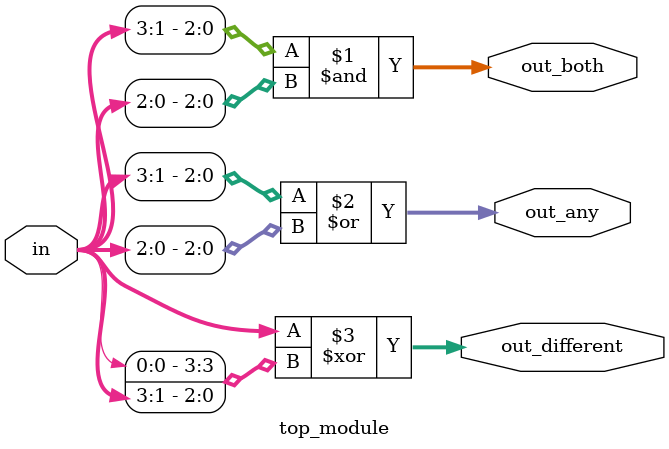
<source format=v>
module top_module (
    input   wire        [3 : 0] in              ,
    output  wire        [2 : 0] out_both        ,
    output  wire        [3 : 1] out_any         ,
    output  wire        [3 : 0] out_different
);

    assign out_both         = in[3 : 1] & in[2 : 0];
    assign out_any          = in[3 : 1] | in[2 : 0];
    assign out_different    = in ^ {in[0], in[3 : 1]}; 

endmodule
</source>
